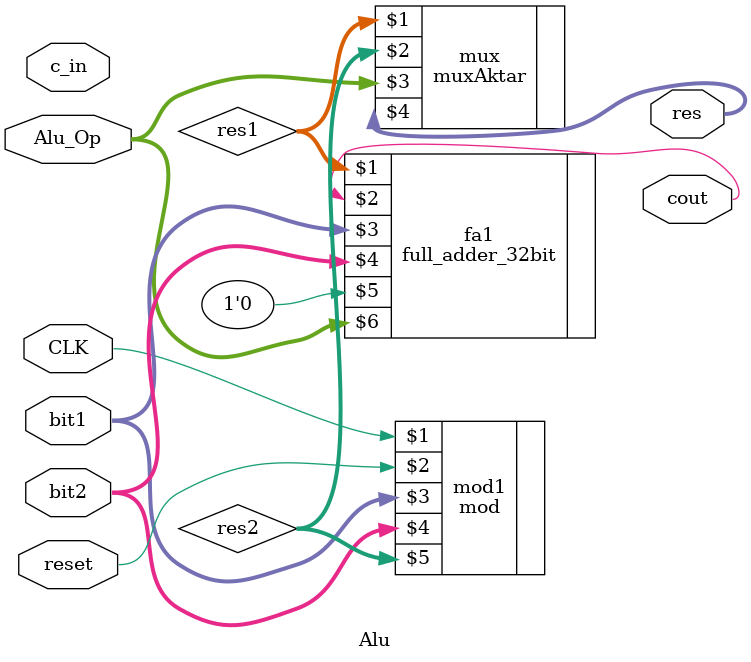
<source format=v>
module Alu(output [31:0] res, output cout, input [31:0] bit1, input [31:0] bit2, input c_in, input [2:0] Alu_Op, input CLK, input reset);

	wire [31:0] res1, res2;
	
	//Alu calculates all the operations and by using mux it writes to main result only one of them according to Alu_Op
	full_adder_32bit fa1(res1[31:0], cout, bit1[31:0], bit2[31:0], 1'b0,  Alu_Op[2:0]);
	
	mod mod1(CLK, reset, bit1[31:0], bit2[31:0],  res2[31:0]);
	
	muxAktar mux(res1[31:0], res2[31:0], Alu_Op[2:0], res[31:0]);
	
endmodule

</source>
